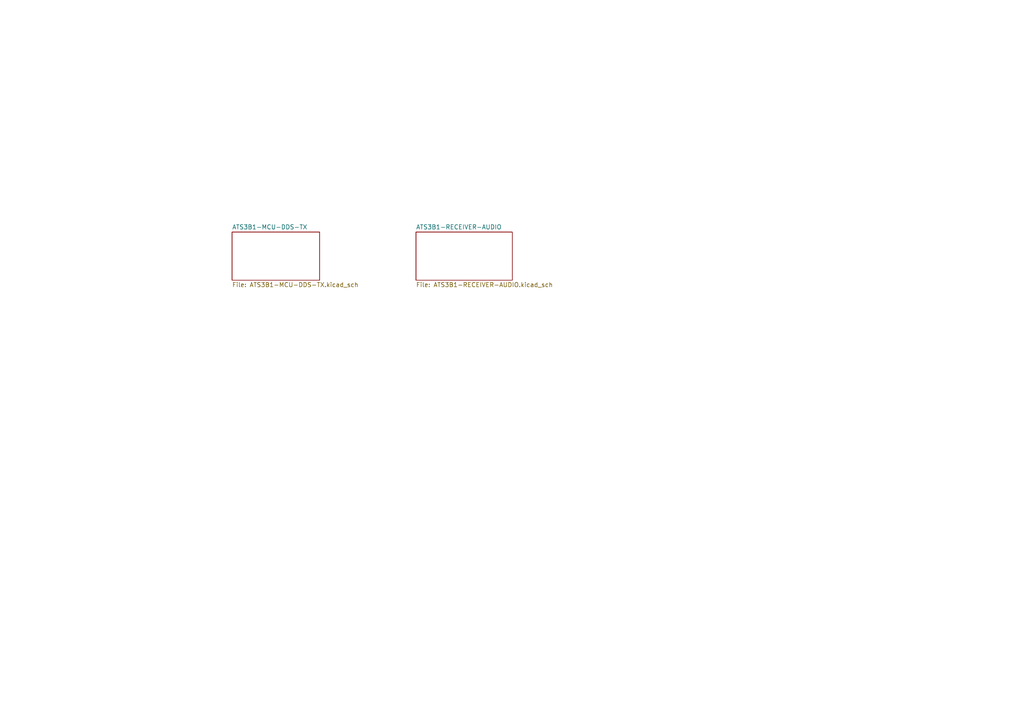
<source format=kicad_sch>
(kicad_sch (version 20211123) (generator eeschema)
  (paper "A4")
  (title_block (title "ATS3B1-MCU/DDS/TX") (date "2021-12-01") (rev "1") (comment 1 "Designer: 史蒂文·韦伯, KD1JV") (comment 2 "Modified: James Cheng, BH4DKR"))
  (lib_symbols)
  (sheet (at 120.65 67.31) (size 27.94 13.97) (stroke (width 0.1524))
    (property "Sheet name" "ATS3B1-RECEIVER-AUDIO" (at 120.65 66.5984 0) (effects (justify left bottom)))
    (property "Sheet file" "ATS3B1-RECEIVER-AUDIO.kicad_sch" (at 120.65 81.8646 0) (effects (justify left top)))
  )
  (sheet (at 67.31 67.31) (size 25.4 13.97) (stroke (width 0.1524))
    (property "Sheet name" "ATS3B1-MCU-DDS-TX" (at 67.31 66.5984 0) (effects (justify left bottom)))
    (property "Sheet file" "ATS3B1-MCU-DDS-TX.kicad_sch" (at 67.31 81.8646 0) (effects (justify left top)))
  )
)
</source>
